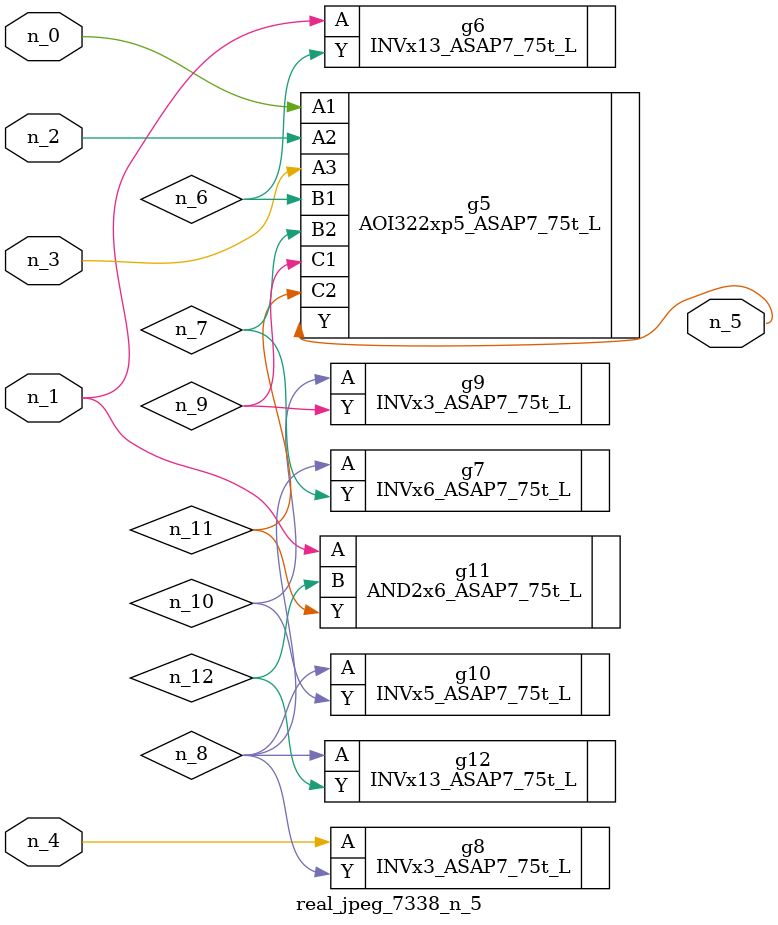
<source format=v>
module real_jpeg_7338_n_5 (n_4, n_0, n_1, n_2, n_3, n_5);

input n_4;
input n_0;
input n_1;
input n_2;
input n_3;

output n_5;

wire n_12;
wire n_8;
wire n_11;
wire n_6;
wire n_7;
wire n_10;
wire n_9;

AOI322xp5_ASAP7_75t_L g5 ( 
.A1(n_0),
.A2(n_2),
.A3(n_3),
.B1(n_6),
.B2(n_7),
.C1(n_9),
.C2(n_11),
.Y(n_5)
);

INVx13_ASAP7_75t_L g6 ( 
.A(n_1),
.Y(n_6)
);

AND2x6_ASAP7_75t_L g11 ( 
.A(n_1),
.B(n_12),
.Y(n_11)
);

INVx3_ASAP7_75t_L g8 ( 
.A(n_4),
.Y(n_8)
);

INVx6_ASAP7_75t_L g7 ( 
.A(n_8),
.Y(n_7)
);

INVx5_ASAP7_75t_L g10 ( 
.A(n_8),
.Y(n_10)
);

INVx13_ASAP7_75t_L g12 ( 
.A(n_8),
.Y(n_12)
);

INVx3_ASAP7_75t_L g9 ( 
.A(n_10),
.Y(n_9)
);


endmodule
</source>
